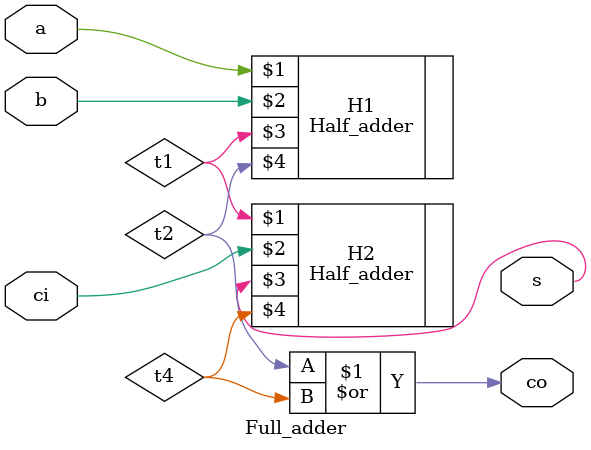
<source format=v>
module Full_adder(a,b,ci,s,co);
  input a,b,ci;
  output s,co;
  wire t1,t2,t4;
  
  Half_adder H1(a,b,t1,t2);
  Half_adder H2(t1,ci,s,t4);
  or(co,t2,t4);
  
endmodule
</source>
